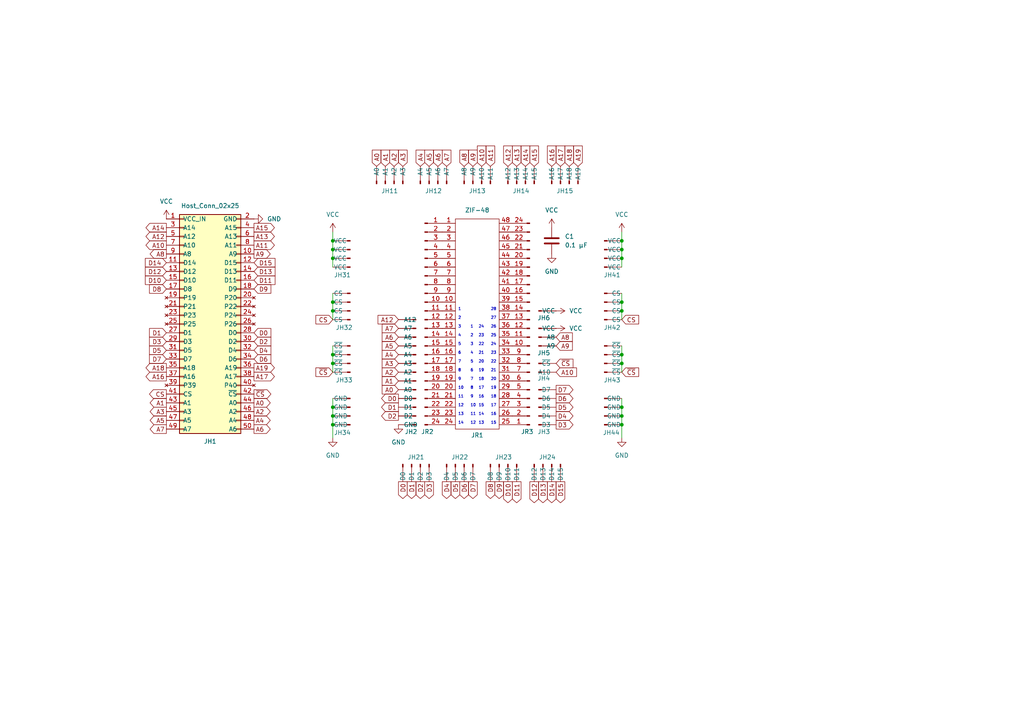
<source format=kicad_sch>
(kicad_sch (version 20250114) (generator "eeschema") (generator_version "9.0")
  (paper "A4")
  (title_block (rev "0"))
  (lib_symbols
    (symbol "0cjs-hwdev:ZIF48" (pin_names (hide yes))
      (property "Reference" "J" (at 0 1.016 0))
      (property "Value" "ZIF-48" (at 0 -1.016 0))
      (symbol "ZIF48_0_0"
        (pin passive line (at -10.16 29.21 0) (length 3.81) (name "Pin_1") (number "1"))
        (pin passive line (at -10.16 26.67 0) (length 3.81) (name "Pin_2") (number "2"))
        (pin passive line (at -10.16 24.13 0) (length 3.81) (name "Pin_3") (number "3"))
        (pin passive line (at -10.16 21.59 0) (length 3.81) (name "Pin_4") (number "4"))
        (pin passive line (at -10.16 19.05 0) (length 3.81) (name "Pin_5") (number "5"))
        (pin passive line (at -10.16 16.51 0) (length 3.81) (name "Pin_6") (number "6"))
        (pin passive line (at -10.16 13.97 0) (length 3.81) (name "Pin_7") (number "7"))
        (pin passive line (at -10.16 11.43 0) (length 3.81) (name "Pin_8") (number "8"))
        (pin passive line (at -10.16 8.89 0) (length 3.81) (name "Pin_9") (number "9"))
        (pin passive line (at -10.16 6.35 0) (length 3.81) (name "Pin_10") (number "10"))
        (pin passive line (at -10.16 3.81 0) (length 3.81) (name "Pin_11") (number "11"))
        (pin passive line (at -10.16 1.27 0) (length 3.81) (name "Pin_12") (number "12"))
        (pin passive line (at -10.16 -1.27 0) (length 3.81) (name "Pin_13") (number "13"))
        (pin passive line (at -10.16 -3.81 0) (length 3.81) (name "Pin_14") (number "14"))
        (pin passive line (at -10.16 -6.35 0) (length 3.81) (name "Pin_15") (number "15"))
        (pin passive line (at -10.16 -8.89 0) (length 3.81) (name "Pin_16") (number "16"))
        (pin passive line (at -10.16 -11.43 0) (length 3.81) (name "Pin_17") (number "17"))
        (pin passive line (at -10.16 -13.97 0) (length 3.81) (name "Pin_18") (number "18"))
        (pin passive line (at -10.16 -16.51 0) (length 3.81) (name "Pin_19") (number "19"))
        (pin passive line (at -10.16 -19.05 0) (length 3.81) (name "Pin_20") (number "20"))
        (pin passive line (at -10.16 -21.59 0) (length 3.81) (name "Pin_21") (number "21"))
        (pin passive line (at -10.16 -24.13 0) (length 3.81) (name "Pin_22") (number "22"))
        (pin passive line (at -10.16 -26.67 0) (length 3.81) (name "Pin_23") (number "23"))
        (pin passive line (at -10.16 -29.21 0) (length 3.81) (name "Pin_24") (number "24"))
        (pin passive line (at 10.16 29.21 180) (length 3.81) (name "Pin_48") (number "48"))
        (pin passive line (at 10.16 26.67 180) (length 3.81) (name "Pin_47") (number "47"))
        (pin passive line (at 10.16 24.13 180) (length 3.81) (name "Pin_46") (number "46"))
        (pin passive line (at 10.16 21.59 180) (length 3.81) (name "Pin_45") (number "45"))
        (pin passive line (at 10.16 19.05 180) (length 3.81) (name "Pin_44") (number "44"))
        (pin passive line (at 10.16 16.51 180) (length 3.81) (name "Pin_43") (number "43"))
        (pin passive line (at 10.16 13.97 180) (length 3.81) (name "Pin_42") (number "42"))
        (pin passive line (at 10.16 11.43 180) (length 3.81) (name "Pin_41") (number "41"))
        (pin passive line (at 10.16 8.89 180) (length 3.81) (name "Pin_40") (number "40"))
        (pin passive line (at 10.16 6.35 180) (length 3.81) (name "Pin_39") (number "39"))
        (pin passive line (at 10.16 3.81 180) (length 3.81) (name "Pin_38") (number "38"))
        (pin passive line (at 10.16 1.27 180) (length 3.81) (name "Pin_37") (number "37"))
        (pin passive line (at 10.16 -1.27 180) (length 3.81) (name "Pin_36") (number "36"))
        (pin passive line (at 10.16 -3.81 180) (length 3.81) (name "Pin_35") (number "35"))
        (pin passive line (at 10.16 -6.35 180) (length 3.81) (name "Pin_34") (number "34"))
        (pin passive line (at 10.16 -8.89 180) (length 3.81) (name "Pin_33") (number "33"))
        (pin passive line (at 10.16 -11.43 180) (length 3.81) (name "Pin_32") (number "32"))
        (pin passive line (at 10.16 -13.97 180) (length 3.81) (name "Pin_31") (number "31"))
        (pin passive line (at 10.16 -16.51 180) (length 3.81) (name "Pin_30") (number "30"))
        (pin passive line (at 10.16 -19.05 180) (length 3.81) (name "Pin_29") (number "29"))
        (pin passive line (at 10.16 -21.59 180) (length 3.81) (name "Pin_28") (number "28"))
        (pin passive line (at 10.16 -24.13 180) (length 3.81) (name "Pin_27") (number "27"))
        (pin passive line (at 10.16 -26.67 180) (length 3.81) (name "Pin_26") (number "26"))
        (pin passive line (at 10.16 -29.21 180) (length 3.81) (name "Pin_25") (number "25"))
      )
    )
    (symbol "Conn_01x04_Pin_1" (pin_numbers (hide yes)) (pin_names (offset -3.556))
      (property "Reference" "J11" (at 0.635 7.62 0))
      (symbol "Conn_01x04_Pin_1_1_1"
        (pin input line (at 5.08 2.54 180) (length 3.81) (name "A0") (number "1"))
        (pin input line (at 5.08 0 180) (length 3.81) (name "A1") (number "2"))
        (pin input line (at 5.08 -2.54 180) (length 3.81) (name "A2") (number "3"))
        (pin input line (at 5.08 -5.08 180) (length 3.81) (name "A3") (number "4"))
      )
    )
    (symbol "Conn_01x04_Pin_10" (pin_numbers (hide yes)) (pin_names (offset -3.556))
      (property "Reference" "J23" (at -2.032 -1.27 90))
      (symbol "Conn_01x04_Pin_10_1_1"
        (pin tri_state line (at 5.08 2.54 180) (length 3.81) (name "D0") (number "1"))
        (pin tri_state line (at 5.08 0 180) (length 3.81) (name "D1") (number "2"))
        (pin tri_state line (at 5.08 -2.54 180) (length 3.81) (name "D2") (number "3"))
        (pin tri_state line (at 5.08 -5.08 180) (length 3.81) (name "D3") (number "4"))
      )
    )
    (symbol "Conn_01x04_Pin_11" (pin_numbers (hide yes)) (pin_names (offset -3.556))
      (property "Reference" "J24" (at -2.032 -1.27 90))
      (symbol "Conn_01x04_Pin_11_1_1"
        (pin tri_state line (at 5.08 2.54 180) (length 3.81) (name "D4") (number "1"))
        (pin tri_state line (at 5.08 0 180) (length 3.81) (name "D5") (number "2"))
        (pin tri_state line (at 5.08 -2.54 180) (length 3.81) (name "D6") (number "3"))
        (pin tri_state line (at 5.08 -5.08 180) (length 3.81) (name "D7") (number "4"))
      )
    )
    (symbol "Conn_01x04_Pin_12" (pin_numbers (hide yes)) (pin_names (offset -3.556))
      (property "Reference" "J25" (at -2.032 -1.27 90))
      (symbol "Conn_01x04_Pin_12_1_1"
        (pin tri_state line (at 5.08 2.54 180) (length 3.81) (name "D8") (number "1"))
        (pin tri_state line (at 5.08 0 180) (length 3.81) (name "D9") (number "2"))
        (pin tri_state line (at 5.08 -2.54 180) (length 3.81) (name "D10") (number "3"))
        (pin tri_state line (at 5.08 -5.08 180) (length 3.81) (name "D11") (number "4"))
      )
    )
    (symbol "Conn_01x04_Pin_13" (pin_numbers (hide yes)) (pin_names (offset -3.556))
      (property "Reference" "J26" (at -2.032 -1.27 90))
      (symbol "Conn_01x04_Pin_13_1_1"
        (pin tri_state line (at 5.08 2.54 180) (length 3.81) (name "D12") (number "1"))
        (pin tri_state line (at 5.08 0 180) (length 3.81) (name "D13") (number "2"))
        (pin tri_state line (at 5.08 -2.54 180) (length 3.81) (name "D14") (number "3"))
        (pin tri_state line (at 5.08 -5.08 180) (length 3.81) (name "D15") (number "4"))
      )
    )
    (symbol "Conn_01x04_Pin_2" (pin_numbers (hide yes)) (pin_names (offset -3.556))
      (property "Reference" "J10" (at 1.27 4.318 0))
      (symbol "Conn_01x04_Pin_2_1_1"
        (pin input line (at 5.08 2.54 180) (length 3.81) (name "A4") (number "1"))
        (pin input line (at 5.08 0 180) (length 3.81) (name "A5") (number "2"))
        (pin input line (at 5.08 -2.54 180) (length 3.81) (name "A6") (number "3"))
        (pin input line (at 5.08 -5.08 180) (length 3.81) (name "A7") (number "4"))
      )
    )
    (symbol "Conn_01x04_Pin_3" (pin_numbers (hide yes)) (pin_names (offset -3.556))
      (property "Reference" "J12" (at -2.032 -1.27 90))
      (symbol "Conn_01x04_Pin_3_1_1"
        (pin input line (at 5.08 2.54 180) (length 3.81) (name "A8") (number "1"))
        (pin input line (at 5.08 0 180) (length 3.81) (name "A9") (number "2"))
        (pin input line (at 5.08 -2.54 180) (length 3.81) (name "A10") (number "3"))
        (pin input line (at 5.08 -5.08 180) (length 3.81) (name "A11") (number "4"))
      )
    )
    (symbol "Conn_01x04_Pin_4" (pin_numbers (hide yes)) (pin_names (offset -3.556))
      (property "Reference" "J13" (at -2.032 -1.27 90))
      (symbol "Conn_01x04_Pin_4_1_1"
        (pin input line (at 5.08 2.54 180) (length 3.81) (name "A12") (number "1"))
        (pin input line (at 5.08 0 180) (length 3.81) (name "A13") (number "2"))
        (pin input line (at 5.08 -2.54 180) (length 3.81) (name "A14") (number "3"))
        (pin input line (at 5.08 -5.08 180) (length 3.81) (name "A15") (number "4"))
      )
    )
    (symbol "Conn_01x04_Pin_5" (pin_numbers (hide yes)) (pin_names (offset -3.556))
      (property "Reference" "J14" (at -2.032 -1.27 90))
      (symbol "Conn_01x04_Pin_5_1_1"
        (pin input line (at 5.08 2.54 180) (length 3.81) (name "A16") (number "1"))
        (pin input line (at 5.08 0 180) (length 3.81) (name "A17") (number "2"))
        (pin input line (at 5.08 -2.54 180) (length 3.81) (name "A18") (number "3"))
        (pin input line (at 5.08 -5.08 180) (length 3.81) (name "A19") (number "4"))
      )
    )
    (symbol "Conn_01x04_Pin_6" (pin_numbers (hide yes)) (pin_names (offset -3.556))
      (property "Reference" "J15" (at -2.032 -1.27 90))
      (symbol "Conn_01x04_Pin_6_1_1"
        (pin input line (at 5.08 2.54 180) (length 3.81) (name "CS") (number "1"))
        (pin input line (at 5.08 0 180) (length 3.81) (name "CS") (number "2"))
        (pin input line (at 5.08 -2.54 180) (length 3.81) (name "CS") (number "3"))
        (pin input line (at 5.08 -5.08 180) (length 3.81) (name "CS") (number "4"))
      )
    )
    (symbol "Conn_01x04_Pin_7" (pin_numbers (hide yes)) (pin_names (offset -3.556))
      (property "Reference" "J16" (at 1.524 4.826 0))
      (symbol "Conn_01x04_Pin_7_1_1"
        (pin input line (at 5.08 2.54 180) (length 3.81) (name "~{CS}") (number "1"))
        (pin input line (at 5.08 0 180) (length 3.81) (name "~{CS}") (number "2"))
        (pin input line (at 5.08 -2.54 180) (length 3.81) (name "~{CS}") (number "3"))
        (pin input line (at 5.08 -5.08 180) (length 3.81) (name "~{CS}") (number "4"))
      )
    )
    (symbol "Conn_01x04_Pin_8" (pin_numbers (hide yes)) (pin_names (offset -3.556))
      (property "Reference" "J17" (at 1.524 4.826 0))
      (symbol "Conn_01x04_Pin_8_1_1"
        (pin power_in line (at 5.08 2.54 180) (length 3.81) (name "GND") (number "1"))
        (pin power_in line (at 5.08 0 180) (length 3.81) (name "GND") (number "2"))
        (pin power_in line (at 5.08 -2.54 180) (length 3.81) (name "GND") (number "3"))
        (pin power_in line (at 5.08 -5.08 180) (length 3.81) (name "GND") (number "4"))
      )
    )
    (symbol "Conn_01x04_Pin_9" (pin_numbers (hide yes)) (pin_names (offset -3.556))
      (property "Reference" "J18" (at 1.524 4.826 0))
      (symbol "Conn_01x04_Pin_9_1_1"
        (pin power_in line (at 5.08 2.54 180) (length 3.81) (name "VCC") (number "1"))
        (pin power_in line (at 5.08 0 180) (length 3.81) (name "VCC") (number "2"))
        (pin power_in line (at 5.08 -2.54 180) (length 3.81) (name "VCC") (number "3"))
        (pin power_in line (at 5.08 -5.08 180) (length 3.81) (name "VCC") (number "4"))
      )
    )
    (symbol "Conn_01x24_Pin_1" (pin_names (offset 1.016) (hide yes))
      (property "Reference" "JR3" (at 0.762 29.972 0))
      (symbol "Conn_01x24_Pin_1_1_1"
        (pin passive line (at 5.08 27.94 180) (length 3.81) (name "Pin_25") (number "1"))
        (pin passive line (at 5.08 25.4 180) (length 3.81) (name "Pin_26") (number "2"))
        (pin passive line (at 5.08 22.86 180) (length 3.81) (name "Pin_27") (number "3"))
        (pin passive line (at 5.08 20.32 180) (length 3.81) (name "Pin_28") (number "4"))
        (pin passive line (at 5.08 17.78 180) (length 3.81) (name "Pin_29") (number "5"))
        (pin passive line (at 5.08 15.24 180) (length 3.81) (name "Pin_30") (number "6"))
        (pin passive line (at 5.08 12.7 180) (length 3.81) (name "Pin_31") (number "7"))
        (pin passive line (at 5.08 10.16 180) (length 3.81) (name "Pin_32") (number "8"))
        (pin passive line (at 5.08 7.62 180) (length 3.81) (name "Pin_33") (number "9"))
        (pin passive line (at 5.08 5.08 180) (length 3.81) (name "Pin_34") (number "10"))
        (pin passive line (at 5.08 2.54 180) (length 3.81) (name "Pin_35") (number "11"))
        (pin passive line (at 5.08 0 180) (length 3.81) (name "Pin_36") (number "12"))
        (pin passive line (at 5.08 -2.54 180) (length 3.81) (name "Pin_37") (number "13"))
        (pin passive line (at 5.08 -5.08 180) (length 3.81) (name "Pin_38") (number "14"))
        (pin passive line (at 5.08 -7.62 180) (length 3.81) (name "Pin_39") (number "15"))
        (pin passive line (at 5.08 -10.16 180) (length 3.81) (name "Pin_40") (number "16"))
        (pin passive line (at 5.08 -12.7 180) (length 3.81) (name "Pin_41") (number "17"))
        (pin passive line (at 5.08 -15.24 180) (length 3.81) (name "Pin_42") (number "18"))
        (pin passive line (at 5.08 -17.78 180) (length 3.81) (name "Pin_43") (number "19"))
        (pin passive line (at 5.08 -20.32 180) (length 3.81) (name "Pin_44") (number "20"))
        (pin passive line (at 5.08 -22.86 180) (length 3.81) (name "Pin_45") (number "21"))
        (pin passive line (at 5.08 -25.4 180) (length 3.81) (name "Pin_46") (number "22"))
        (pin passive line (at 5.08 -27.94 180) (length 3.81) (name "Pin_47") (number "23"))
        (pin passive line (at 5.08 -30.48 180) (length 3.81) (name "Pin_48") (number "24"))
      )
    )
    (symbol "Connector:Conn_01x01_Pin" (pin_numbers (hide yes)) (pin_names (offset -3.556))
      (property "Reference" "J9" (at 0.635 5.08 0))
      (symbol "Conn_01x01_Pin_1_1"
        (pin power_in line (at 5.08 0 180) (length 3.81) (name "VCC") (number "1"))
      )
    )
    (symbol "Connector:Conn_01x02_Pin" (pin_numbers (hide yes)) (pin_names (offset -3.556))
      (property "Reference" "J7" (at 1.016 1.778 0))
      (symbol "Conn_01x02_Pin_1_1"
        (pin input line (at 5.08 0 180) (length 5.08) (name "A10") (number "1"))
        (pin input line (at 5.08 -2.54 180) (length 5.08) (name "~{CS}") (number "2"))
      )
    )
    (symbol "Connector:Conn_01x03_Pin" (pin_numbers (hide yes)) (pin_names (offset -3.556))
      (property "Reference" "J8" (at 1.016 4.572 0))
      (symbol "Conn_01x03_Pin_1_1"
        (pin input line (at 5.08 2.54 180) (length 3.81) (name "A9") (number "1"))
        (pin input line (at 5.08 0 180) (length 3.81) (name "A8") (number "2"))
        (pin power_in line (at 5.08 -2.54 180) (length 3.81) (name "VCC") (number "3"))
      )
    )
    (symbol "Connector:Conn_01x05_Pin" (pin_numbers (hide yes)) (pin_names (offset -3.556))
      (property "Reference" "J6" (at 1.016 7.112 0))
      (symbol "Conn_01x05_Pin_1_1"
        (pin tri_state line (at 5.08 5.08 180) (length 5.08) (name "D3") (number "1"))
        (pin tri_state line (at 5.08 2.54 180) (length 5.08) (name "D4") (number "2"))
        (pin tri_state line (at 5.08 0 180) (length 5.08) (name "D5") (number "3"))
        (pin tri_state line (at 5.08 -2.54 180) (length 5.08) (name "D6") (number "4"))
        (pin tri_state line (at 5.08 -5.08 180) (length 5.08) (name "D7") (number "5"))
      )
    )
    (symbol "Connector:Conn_01x13_Pin" (pin_numbers (hide yes)) (pin_names (offset -3.556))
      (property "Reference" "J4" (at 1.524 -17.272 0))
      (symbol "Conn_01x13_Pin_1_1"
        (pin input line (at 5.08 15.24 180) (length 5.08) (name "A12") (number "1"))
        (pin input line (at 5.08 12.7 180) (length 5.08) (name "A7") (number "2"))
        (pin input line (at 5.08 10.16 180) (length 5.08) (name "A6") (number "3"))
        (pin input line (at 5.08 7.62 180) (length 5.08) (name "A5") (number "4"))
        (pin input line (at 5.08 5.08 180) (length 5.08) (name "A4") (number "5"))
        (pin input line (at 5.08 2.54 180) (length 5.08) (name "A3") (number "6"))
        (pin input line (at 5.08 0 180) (length 5.08) (name "A2") (number "7"))
        (pin input line (at 5.08 -2.54 180) (length 5.08) (name "A1") (number "8"))
        (pin input line (at 5.08 -5.08 180) (length 5.08) (name "A0") (number "9"))
        (pin tri_state line (at 5.08 -7.62 180) (length 5.08) (name "D0") (number "10"))
        (pin tri_state line (at 5.08 -10.16 180) (length 5.08) (name "D1") (number "11"))
        (pin tri_state line (at 5.08 -12.7 180) (length 5.08) (name "D2") (number "12"))
        (pin input line (at 5.08 -15.24 180) (length 5.08) (name "GND") (number "13"))
      )
    )
    (symbol "Connector:Conn_01x24_Pin" (pin_names (offset 1.016) (hide yes))
      (property "Reference" "J" (at 0 30.48 0))
      (property "Value" "Conn_01x24_Pin" (at 0 -33.02 0))
      (symbol "Conn_01x24_Pin_1_1"
        (pin passive line (at 5.08 27.94 180) (length 3.81) (name "Pin_1") (number "1"))
        (pin passive line (at 5.08 25.4 180) (length 3.81) (name "Pin_2") (number "2"))
        (pin passive line (at 5.08 22.86 180) (length 3.81) (name "Pin_3") (number "3"))
        (pin passive line (at 5.08 20.32 180) (length 3.81) (name "Pin_4") (number "4"))
        (pin passive line (at 5.08 17.78 180) (length 3.81) (name "Pin_5") (number "5"))
        (pin passive line (at 5.08 15.24 180) (length 3.81) (name "Pin_6") (number "6"))
        (pin passive line (at 5.08 12.7 180) (length 3.81) (name "Pin_7") (number "7"))
        (pin passive line (at 5.08 10.16 180) (length 3.81) (name "Pin_8") (number "8"))
        (pin passive line (at 5.08 7.62 180) (length 3.81) (name "Pin_9") (number "9"))
        (pin passive line (at 5.08 5.08 180) (length 3.81) (name "Pin_10") (number "10"))
        (pin passive line (at 5.08 2.54 180) (length 3.81) (name "Pin_11") (number "11"))
        (pin passive line (at 5.08 0 180) (length 3.81) (name "Pin_12") (number "12"))
        (pin passive line (at 5.08 -2.54 180) (length 3.81) (name "Pin_13") (number "13"))
        (pin passive line (at 5.08 -5.08 180) (length 3.81) (name "Pin_14") (number "14"))
        (pin passive line (at 5.08 -7.62 180) (length 3.81) (name "Pin_15") (number "15"))
        (pin passive line (at 5.08 -10.16 180) (length 3.81) (name "Pin_16") (number "16"))
        (pin passive line (at 5.08 -12.7 180) (length 3.81) (name "Pin_17") (number "17"))
        (pin passive line (at 5.08 -15.24 180) (length 3.81) (name "Pin_18") (number "18"))
        (pin passive line (at 5.08 -17.78 180) (length 3.81) (name "Pin_19") (number "19"))
        (pin passive line (at 5.08 -20.32 180) (length 3.81) (name "Pin_20") (number "20"))
        (pin passive line (at 5.08 -22.86 180) (length 3.81) (name "Pin_21") (number "21"))
        (pin passive line (at 5.08 -25.4 180) (length 3.81) (name "Pin_22") (number "22"))
        (pin passive line (at 5.08 -27.94 180) (length 3.81) (name "Pin_23") (number "23"))
        (pin passive line (at 5.08 -30.48 180) (length 3.81) (name "Pin_24") (number "24"))
      )
    )
    (symbol "Connector_Generic:Conn_02x25_Odd_Even" (pin_names (offset 1.016))
      (property "Reference" "JH1" (at 0 -34.036 0))
      (property "Value" "Host_Conn_02x25" (at 0 34.29 0))
      (symbol "Conn_02x25_Odd_Even_1_1"
        (pin power_out line (at -12.7 30.48 0) (length 3.81) (name "VCC_IN") (number "1"))
        (pin output line (at -12.7 27.94 0) (length 3.81) (name "A14") (number "3"))
        (pin output line (at -12.7 25.4 0) (length 3.81) (name "A12") (number "5"))
        (pin output line (at -12.7 22.86 0) (length 3.81) (name "A10") (number "7"))
        (pin output line (at -12.7 20.32 0) (length 3.81) (name "A8") (number "9"))
        (pin input line (at -12.7 17.78 0) (length 3.81) (name "D14") (number "11"))
        (pin input line (at -12.7 15.24 0) (length 3.81) (name "D12") (number "13"))
        (pin input line (at -12.7 12.7 0) (length 3.81) (name "D10") (number "15"))
        (pin input line (at -12.7 10.16 0) (length 3.81) (name "D8") (number "17"))
        (pin no_connect line (at -12.7 7.62 0) (length 3.81) (name "P19") (number "19"))
        (pin no_connect line (at -12.7 5.08 0) (length 3.81) (name "P21") (number "21"))
        (pin no_connect line (at -12.7 2.54 0) (length 3.81) (name "P23") (number "23"))
        (pin no_connect line (at -12.7 0 0) (length 3.81) (name "P25") (number "25"))
        (pin input line (at -12.7 -2.54 0) (length 3.81) (name "D1") (number "27"))
        (pin input line (at -12.7 -5.08 0) (length 3.81) (name "D3") (number "29"))
        (pin input line (at -12.7 -7.62 0) (length 3.81) (name "D5") (number "31"))
        (pin input line (at -12.7 -10.16 0) (length 3.81) (name "D7") (number "33"))
        (pin output line (at -12.7 -12.7 0) (length 3.81) (name "A18") (number "35"))
        (pin output line (at -12.7 -15.24 0) (length 3.81) (name "A16") (number "37"))
        (pin no_connect line (at -12.7 -17.78 0) (length 3.81) (name "P39") (number "39"))
        (pin output line (at -12.7 -20.32 0) (length 3.81) (name "CS") (number "41"))
        (pin output line (at -12.7 -22.86 0) (length 3.81) (name "A1") (number "43"))
        (pin output line (at -12.7 -25.4 0) (length 3.81) (name "A3") (number "45"))
        (pin output line (at -12.7 -27.94 0) (length 3.81) (name "A5") (number "47"))
        (pin output line (at -12.7 -30.48 0) (length 3.81) (name "A7") (number "49"))
        (pin power_out line (at 12.7 30.48 180) (length 3.81) (name "GND") (number "2"))
        (pin output line (at 12.7 27.94 180) (length 3.81) (name "A15") (number "4"))
        (pin output line (at 12.7 25.4 180) (length 3.81) (name "A13") (number "6"))
        (pin output line (at 12.7 22.86 180) (length 3.81) (name "A11") (number "8"))
        (pin output line (at 12.7 20.32 180) (length 3.81) (name "A9") (number "10"))
        (pin input line (at 12.7 17.78 180) (length 3.81) (name "D15") (number "12"))
        (pin input line (at 12.7 15.24 180) (length 3.81) (name "D13") (number "14"))
        (pin input line (at 12.7 12.7 180) (length 3.81) (name "D11") (number "16"))
        (pin input line (at 12.7 10.16 180) (length 3.81) (name "D9") (number "18"))
        (pin no_connect line (at 12.7 7.62 180) (length 3.81) (name "P20") (number "20"))
        (pin no_connect line (at 12.7 5.08 180) (length 3.81) (name "P22") (number "22"))
        (pin no_connect line (at 12.7 2.54 180) (length 3.81) (name "P24") (number "24"))
        (pin no_connect line (at 12.7 0 180) (length 3.81) (name "P26") (number "26"))
        (pin input line (at 12.7 -2.54 180) (length 3.81) (name "D0") (number "28"))
        (pin input line (at 12.7 -5.08 180) (length 3.81) (name "D2") (number "30"))
        (pin input line (at 12.7 -7.62 180) (length 3.81) (name "D4") (number "32"))
        (pin input line (at 12.7 -10.16 180) (length 3.81) (name "D6") (number "34"))
        (pin output line (at 12.7 -12.7 180) (length 3.81) (name "A19") (number "36"))
        (pin output line (at 12.7 -15.24 180) (length 3.81) (name "A17") (number "38"))
        (pin no_connect line (at 12.7 -17.78 180) (length 3.81) (name "P40") (number "40"))
        (pin output line (at 12.7 -20.32 180) (length 3.81) (name "~{CS}") (number "42"))
        (pin output line (at 12.7 -22.86 180) (length 3.81) (name "A0") (number "44"))
        (pin output line (at 12.7 -25.4 180) (length 3.81) (name "A2") (number "46"))
        (pin output line (at 12.7 -27.94 180) (length 3.81) (name "A4") (number "48"))
        (pin output line (at 12.7 -30.48 180) (length 3.81) (name "A6") (number "50"))
      )
    )
    (symbol "Device:C" (pin_numbers (hide yes)) (pin_names (offset 0.254))
      (property "Reference" "C" (at 0.635 2.54 0))
      (property "Value" "C" (at 0.635 -2.54 0))
      (symbol "C_1_1"
        (pin passive line (at 0 3.81 270) (length 2.794) (name "~") (number "1"))
        (pin passive line (at 0 -3.81 90) (length 2.794) (name "~") (number "2"))
      )
    )
    (symbol "power:GND" (power) (pin_numbers (hide yes)) (pin_names (offset 0) (hide yes))
      (property "Value" "GND" (at 0 -3.81 0))
      (symbol "GND_1_1"
        (pin power_in line (at 0 0 270) (length 0) (name "~") (number "1"))
      )
    )
    (symbol "power:VCC" (power) (pin_numbers (hide yes)) (pin_names (offset 0) (hide yes))
      (property "Value" "VCC" (at 0 3.556 0))
      (symbol "VCC_1_1"
        (pin power_in line (at 0 0 90) (length 0) (name "~") (number "1"))
      )
    )
  )
  (text "28\n\n27\n\n26\n\n25\n\n24\n\n23\n\n22\n\n21\n\n20\n\n19\n\n18\n\n17\n\n16\n\n15" (at 144.018 123.19 0) (effects (font (size 0.7874 0.7874)) (justify right bottom)))
  (text "1\n\n2\n\n3\n\n4\n\n5\n\n6\n\n7\n\n8\n\n9\n\n10\n\n11\n\n12" (at 136.398 123.19 0) (effects (font (size 0.7874 0.7874)) (justify left bottom)))
  (text "24\n\n23\n\n22\n\n21\n\n20\n\n19\n\n18\n\n17\n\n16\n\n15\n\n14\n\n13" (at 140.462 123.19 0) (effects (font (size 0.7874 0.7874)) (justify right bottom)))
  (text "1\n\n2\n\n3\n\n4\n\n5\n\n6\n\n7\n\n8\n\n9\n\n10\n\n11\n\n12\n\n13\n\n14" (at 132.842 123.19 0) (effects (font (size 0.7874 0.7874)) (justify left bottom)))
  (junction (at 180.34 120.65))
  (junction (at 180.34 105.41))
  (junction (at 180.34 74.93))
  (junction (at 96.52 120.65))
  (junction (at 180.34 72.39))
  (junction (at 96.52 90.17))
  (junction (at 96.52 72.39))
  (junction (at 180.34 102.87))
  (junction (at 96.52 118.11))
  (junction (at 180.34 123.19))
  (junction (at 96.52 69.85))
  (junction (at 96.52 102.87))
  (junction (at 96.52 87.63))
  (junction (at 96.52 123.19))
  (junction (at 180.34 90.17))
  (junction (at 180.34 87.63))
  (junction (at 180.34 118.11))
  (junction (at 96.52 74.93))
  (junction (at 96.52 105.41))
  (junction (at 180.34 69.85))
  (wire (pts (xy 180.34 87.63) (xy 180.34 90.17)))
  (wire (pts (xy 180.34 90.17) (xy 180.34 92.71)))
  (wire (pts (xy 180.34 118.11) (xy 180.34 120.65)))
  (wire (pts (xy 96.52 85.09) (xy 96.52 87.63)))
  (wire (pts (xy 96.52 115.57) (xy 96.52 118.11)))
  (wire (pts (xy 96.52 87.63) (xy 96.52 90.17)))
  (wire (pts (xy 96.52 69.85) (xy 96.52 72.39)))
  (wire (pts (xy 96.52 67.31) (xy 96.52 69.85)))
  (wire (pts (xy 180.34 102.87) (xy 180.34 105.41)))
  (wire (pts (xy 96.52 127) (xy 96.52 123.19)))
  (wire (pts (xy 96.52 102.87) (xy 96.52 105.41)))
  (wire (pts (xy 180.34 69.85) (xy 180.34 72.39)))
  (wire (pts (xy 180.34 85.09) (xy 180.34 87.63)))
  (wire (pts (xy 96.52 72.39) (xy 96.52 74.93)))
  (wire (pts (xy 180.34 74.93) (xy 180.34 77.47)))
  (wire (pts (xy 180.34 120.65) (xy 180.34 123.19)))
  (wire (pts (xy 180.34 67.31) (xy 180.34 69.85)))
  (wire (pts (xy 180.34 115.57) (xy 180.34 118.11)))
  (wire (pts (xy 96.52 90.17) (xy 96.52 92.71)))
  (wire (pts (xy 96.52 118.11) (xy 96.52 120.65)))
  (wire (pts (xy 96.52 120.65) (xy 96.52 123.19)))
  (wire (pts (xy 180.34 72.39) (xy 180.34 74.93)))
  (wire (pts (xy 96.52 105.41) (xy 96.52 107.95)))
  (wire (pts (xy 180.34 105.41) (xy 180.34 107.95)))
  (wire (pts (xy 180.34 127) (xy 180.34 123.19)))
  (wire (pts (xy 96.52 100.33) (xy 96.52 102.87)))
  (wire (pts (xy 96.52 74.93) (xy 96.52 77.47)))
  (wire (pts (xy 180.34 100.33) (xy 180.34 102.87)))
  (global_label "D14" (shape output) (at 160.02 139.7 270) (property "Intersheetrefs" "${INTERSHEET_REFS}" (effects (hide yes))))
  (global_label "D10" (shape input) (at 48.26 81.28 180) (property "Intersheetrefs" "${INTERSHEET_REFS}" (effects (hide yes))))
  (global_label "D7" (shape input) (at 48.26 104.14 180) (property "Intersheetrefs" "${INTERSHEET_REFS}" (effects (hide yes))))
  (global_label "A7" (shape input) (at 115.57 95.25 180) (property "Intersheetrefs" "${INTERSHEET_REFS}" (effects (hide yes))))
  (global_label "D13" (shape output) (at 157.48 139.7 270) (property "Intersheetrefs" "${INTERSHEET_REFS}" (effects (hide yes))))
  (global_label "A2" (shape input) (at 115.57 107.95 180) (property "Intersheetrefs" "${INTERSHEET_REFS}" (effects (hide yes))))
  (global_label "A4" (shape input) (at 121.92 48.26 90) (property "Intersheetrefs" "${INTERSHEET_REFS}" (effects (hide yes))))
  (global_label "D3" (shape output) (at 161.29 123.19 0) (property "Intersheetrefs" "${INTERSHEET_REFS}" (effects (hide yes))))
  (global_label "A12" (shape input) (at 115.57 92.71 180) (property "Intersheetrefs" "${INTERSHEET_REFS}" (effects (hide yes))))
  (global_label "A1" (shape output) (at 48.26 116.84 180) (property "Intersheetrefs" "${INTERSHEET_REFS}" (effects (hide yes))))
  (global_label "A15" (shape input) (at 154.94 48.26 90) (property "Intersheetrefs" "${INTERSHEET_REFS}" (effects (hide yes))))
  (global_label "A16" (shape output) (at 48.26 109.22 180) (property "Intersheetrefs" "${INTERSHEET_REFS}" (effects (hide yes))))
  (global_label "A0" (shape input) (at 109.22 48.26 90) (property "Intersheetrefs" "${INTERSHEET_REFS}" (effects (hide yes))))
  (global_label "D9" (shape input) (at 73.66 83.82 0) (property "Intersheetrefs" "${INTERSHEET_REFS}" (effects (hide yes))))
  (global_label "A9" (shape input) (at 137.16 48.26 90) (property "Intersheetrefs" "${INTERSHEET_REFS}" (effects (hide yes))))
  (global_label "D2" (shape output) (at 115.57 120.65 180) (property "Intersheetrefs" "${INTERSHEET_REFS}" (effects (hide yes))))
  (global_label "D1" (shape output) (at 119.38 139.7 270) (property "Intersheetrefs" "${INTERSHEET_REFS}" (effects (hide yes))))
  (global_label "A14" (shape output) (at 48.26 66.04 180) (property "Intersheetrefs" "${INTERSHEET_REFS}" (effects (hide yes))))
  (global_label "D0" (shape input) (at 73.66 96.52 0) (property "Intersheetrefs" "${INTERSHEET_REFS}" (effects (hide yes))))
  (global_label "D12" (shape input) (at 48.26 78.74 180) (property "Intersheetrefs" "${INTERSHEET_REFS}" (effects (hide yes))))
  (global_label "A10" (shape output) (at 48.26 71.12 180) (property "Intersheetrefs" "${INTERSHEET_REFS}" (effects (hide yes))))
  (global_label "D3" (shape output) (at 124.46 139.7 270) (property "Intersheetrefs" "${INTERSHEET_REFS}" (effects (hide yes))))
  (global_label "D1" (shape output) (at 115.57 118.11 180) (property "Intersheetrefs" "${INTERSHEET_REFS}" (effects (hide yes))))
  (global_label "A7" (shape output) (at 48.26 124.46 180) (property "Intersheetrefs" "${INTERSHEET_REFS}" (effects (hide yes))))
  (global_label "A0" (shape input) (at 115.57 113.03 180) (property "Intersheetrefs" "${INTERSHEET_REFS}" (effects (hide yes))))
  (global_label "A8" (shape input) (at 161.29 97.79 0) (property "Intersheetrefs" "${INTERSHEET_REFS}" (effects (hide yes))))
  (global_label "A5" (shape input) (at 115.57 100.33 180) (property "Intersheetrefs" "${INTERSHEET_REFS}" (effects (hide yes))))
  (global_label "A4" (shape output) (at 73.66 121.92 0) (property "Intersheetrefs" "${INTERSHEET_REFS}" (effects (hide yes))))
  (global_label "A18" (shape output) (at 48.26 106.68 180) (property "Intersheetrefs" "${INTERSHEET_REFS}" (effects (hide yes))))
  (global_label "CS" (shape input) (at 96.52 92.71 180) (property "Intersheetrefs" "${INTERSHEET_REFS}" (effects (hide yes))))
  (global_label "D7" (shape output) (at 137.16 139.7 270) (property "Intersheetrefs" "${INTERSHEET_REFS}" (effects (hide yes))))
  (global_label "D10" (shape output) (at 147.32 139.7 270) (property "Intersheetrefs" "${INTERSHEET_REFS}" (effects (hide yes))))
  (global_label "A6" (shape output) (at 73.66 124.46 0) (property "Intersheetrefs" "${INTERSHEET_REFS}" (effects (hide yes))))
  (global_label "A18" (shape input) (at 165.1 48.26 90) (property "Intersheetrefs" "${INTERSHEET_REFS}" (effects (hide yes))))
  (global_label "D6" (shape output) (at 134.62 139.7 270) (property "Intersheetrefs" "${INTERSHEET_REFS}" (effects (hide yes))))
  (global_label "D15" (shape output) (at 162.56 139.7 270) (property "Intersheetrefs" "${INTERSHEET_REFS}" (effects (hide yes))))
  (global_label "~{CS}" (shape output) (at 73.66 114.3 0) (property "Intersheetrefs" "${INTERSHEET_REFS}" (effects (hide yes))))
  (global_label "D6" (shape input) (at 73.66 104.14 0) (property "Intersheetrefs" "${INTERSHEET_REFS}" (effects (hide yes))))
  (global_label "A12" (shape input) (at 147.32 48.26 90) (property "Intersheetrefs" "${INTERSHEET_REFS}" (effects (hide yes))))
  (global_label "A10" (shape input) (at 139.7 48.26 90) (property "Intersheetrefs" "${INTERSHEET_REFS}" (effects (hide yes))))
  (global_label "D8" (shape output) (at 142.24 139.7 270) (property "Intersheetrefs" "${INTERSHEET_REFS}" (effects (hide yes))))
  (global_label "D4" (shape output) (at 161.29 120.65 0) (property "Intersheetrefs" "${INTERSHEET_REFS}" (effects (hide yes))))
  (global_label "A19" (shape input) (at 167.64 48.26 90) (property "Intersheetrefs" "${INTERSHEET_REFS}" (effects (hide yes))))
  (global_label "A9" (shape output) (at 73.66 73.66 0) (property "Intersheetrefs" "${INTERSHEET_REFS}" (effects (hide yes))))
  (global_label "A2" (shape output) (at 73.66 119.38 0) (property "Intersheetrefs" "${INTERSHEET_REFS}" (effects (hide yes))))
  (global_label "A2" (shape input) (at 114.3 48.26 90) (property "Intersheetrefs" "${INTERSHEET_REFS}" (effects (hide yes))))
  (global_label "A3" (shape output) (at 48.26 119.38 180) (property "Intersheetrefs" "${INTERSHEET_REFS}" (effects (hide yes))))
  (global_label "A1" (shape input) (at 115.57 110.49 180) (property "Intersheetrefs" "${INTERSHEET_REFS}" (effects (hide yes))))
  (global_label "A17" (shape output) (at 73.66 109.22 0) (property "Intersheetrefs" "${INTERSHEET_REFS}" (effects (hide yes))))
  (global_label "A3" (shape input) (at 115.57 105.41 180) (property "Intersheetrefs" "${INTERSHEET_REFS}" (effects (hide yes))))
  (global_label "D11" (shape input) (at 73.66 81.28 0) (property "Intersheetrefs" "${INTERSHEET_REFS}" (effects (hide yes))))
  (global_label "~{CS}" (shape input) (at 96.52 107.95 180) (property "Intersheetrefs" "${INTERSHEET_REFS}" (effects (hide yes))))
  (global_label "A16" (shape input) (at 160.02 48.26 90) (property "Intersheetrefs" "${INTERSHEET_REFS}" (effects (hide yes))))
  (global_label "D4" (shape output) (at 129.54 139.7 270) (property "Intersheetrefs" "${INTERSHEET_REFS}" (effects (hide yes))))
  (global_label "A5" (shape input) (at 124.46 48.26 90) (property "Intersheetrefs" "${INTERSHEET_REFS}" (effects (hide yes))))
  (global_label "D1" (shape input) (at 48.26 96.52 180) (property "Intersheetrefs" "${INTERSHEET_REFS}" (effects (hide yes))))
  (global_label "A14" (shape input) (at 152.4 48.26 90) (property "Intersheetrefs" "${INTERSHEET_REFS}" (effects (hide yes))))
  (global_label "D5" (shape output) (at 161.29 118.11 0) (property "Intersheetrefs" "${INTERSHEET_REFS}" (effects (hide yes))))
  (global_label "D5" (shape input) (at 48.26 101.6 180) (property "Intersheetrefs" "${INTERSHEET_REFS}" (effects (hide yes))))
  (global_label "D5" (shape output) (at 132.08 139.7 270) (property "Intersheetrefs" "${INTERSHEET_REFS}" (effects (hide yes))))
  (global_label "A11" (shape output) (at 73.66 71.12 0) (property "Intersheetrefs" "${INTERSHEET_REFS}" (effects (hide yes))))
  (global_label "A13" (shape output) (at 73.66 68.58 0) (property "Intersheetrefs" "${INTERSHEET_REFS}" (effects (hide yes))))
  (global_label "A15" (shape output) (at 73.66 66.04 0) (property "Intersheetrefs" "${INTERSHEET_REFS}" (effects (hide yes))))
  (global_label "A6" (shape input) (at 115.57 97.79 180) (property "Intersheetrefs" "${INTERSHEET_REFS}" (effects (hide yes))))
  (global_label "D14" (shape input) (at 48.26 76.2 180) (property "Intersheetrefs" "${INTERSHEET_REFS}" (effects (hide yes))))
  (global_label "D6" (shape output) (at 161.29 115.57 0) (property "Intersheetrefs" "${INTERSHEET_REFS}" (effects (hide yes))))
  (global_label "D4" (shape input) (at 73.66 101.6 0) (property "Intersheetrefs" "${INTERSHEET_REFS}" (effects (hide yes))))
  (global_label "A7" (shape input) (at 129.54 48.26 90) (property "Intersheetrefs" "${INTERSHEET_REFS}" (effects (hide yes))))
  (global_label "~{CS}" (shape input) (at 161.29 105.41 0) (property "Intersheetrefs" "${INTERSHEET_REFS}" (effects (hide yes))))
  (global_label "A19" (shape output) (at 73.66 106.68 0) (property "Intersheetrefs" "${INTERSHEET_REFS}" (effects (hide yes))))
  (global_label "D0" (shape output) (at 116.84 139.7 270) (property "Intersheetrefs" "${INTERSHEET_REFS}" (effects (hide yes))))
  (global_label "D9" (shape output) (at 144.78 139.7 270) (property "Intersheetrefs" "${INTERSHEET_REFS}" (effects (hide yes))))
  (global_label "D8" (shape input) (at 48.26 83.82 180) (property "Intersheetrefs" "${INTERSHEET_REFS}" (effects (hide yes))))
  (global_label "CS" (shape input) (at 180.34 92.71 0) (property "Intersheetrefs" "${INTERSHEET_REFS}" (effects (hide yes))))
  (global_label "A9" (shape input) (at 161.29 100.33 0) (property "Intersheetrefs" "${INTERSHEET_REFS}" (effects (hide yes))))
  (global_label "D2" (shape output) (at 121.92 139.7 270) (property "Intersheetrefs" "${INTERSHEET_REFS}" (effects (hide yes))))
  (global_label "D2" (shape input) (at 73.66 99.06 0) (property "Intersheetrefs" "${INTERSHEET_REFS}" (effects (hide yes))))
  (global_label "D13" (shape input) (at 73.66 78.74 0) (property "Intersheetrefs" "${INTERSHEET_REFS}" (effects (hide yes))))
  (global_label "D7" (shape output) (at 161.29 113.03 0) (property "Intersheetrefs" "${INTERSHEET_REFS}" (effects (hide yes))))
  (global_label "D12" (shape output) (at 154.94 139.7 270) (property "Intersheetrefs" "${INTERSHEET_REFS}" (effects (hide yes))))
  (global_label "~{CS}" (shape input) (at 180.34 107.95 0) (property "Intersheetrefs" "${INTERSHEET_REFS}" (effects (hide yes))))
  (global_label "A10" (shape input) (at 161.29 107.95 0) (property "Intersheetrefs" "${INTERSHEET_REFS}" (effects (hide yes))))
  (global_label "A5" (shape output) (at 48.26 121.92 180) (property "Intersheetrefs" "${INTERSHEET_REFS}" (effects (hide yes))))
  (global_label "A6" (shape input) (at 127 48.26 90) (property "Intersheetrefs" "${INTERSHEET_REFS}" (effects (hide yes))))
  (global_label "A8" (shape output) (at 48.26 73.66 180) (property "Intersheetrefs" "${INTERSHEET_REFS}" (effects (hide yes))))
  (global_label "A13" (shape input) (at 149.86 48.26 90) (property "Intersheetrefs" "${INTERSHEET_REFS}" (effects (hide yes))))
  (global_label "A3" (shape input) (at 116.84 48.26 90) (property "Intersheetrefs" "${INTERSHEET_REFS}" (effects (hide yes))))
  (global_label "A0" (shape output) (at 73.66 116.84 0) (property "Intersheetrefs" "${INTERSHEET_REFS}" (effects (hide yes))))
  (global_label "D3" (shape input) (at 48.26 99.06 180) (property "Intersheetrefs" "${INTERSHEET_REFS}" (effects (hide yes))))
  (global_label "D15" (shape input) (at 73.66 76.2 0) (property "Intersheetrefs" "${INTERSHEET_REFS}" (effects (hide yes))))
  (global_label "CS" (shape output) (at 48.26 114.3 180) (property "Intersheetrefs" "${INTERSHEET_REFS}" (effects (hide yes))))
  (global_label "A17" (shape input) (at 162.56 48.26 90) (property "Intersheetrefs" "${INTERSHEET_REFS}" (effects (hide yes))))
  (global_label "A4" (shape input) (at 115.57 102.87 180) (property "Intersheetrefs" "${INTERSHEET_REFS}" (effects (hide yes))))
  (global_label "A1" (shape input) (at 111.76 48.26 90) (property "Intersheetrefs" "${INTERSHEET_REFS}" (effects (hide yes))))
  (global_label "D11" (shape output) (at 149.86 139.7 270) (property "Intersheetrefs" "${INTERSHEET_REFS}" (effects (hide yes))))
  (global_label "A11" (shape input) (at 142.24 48.26 90) (property "Intersheetrefs" "${INTERSHEET_REFS}" (effects (hide yes))))
  (global_label "D0" (shape output) (at 115.57 115.57 180) (property "Intersheetrefs" "${INTERSHEET_REFS}" (effects (hide yes))))
  (global_label "A12" (shape output) (at 48.26 68.58 180) (property "Intersheetrefs" "${INTERSHEET_REFS}" (effects (hide yes))))
  (global_label "A8" (shape input) (at 134.62 48.26 90) (property "Intersheetrefs" "${INTERSHEET_REFS}" (effects (hide yes))))
  (symbol (lib_id "0cjs-hwdev:ZIF48") (at 138.43 93.98 0) (unit 1)
    (property "Reference" "JR1" (at 138.43 126.238 0))
    (property "Value" "ZIF-48" (at 138.43 60.96 0))
    (property "Footprint" "0cjs_hwdev:DIP_Socket-48_W11.9_W12.7_W15.24_W17.78_W18.5" (effects (hide yes)))
    (property "Description" "48 Pin Socket" (effects (hide yes)))
  )
  (symbol (lib_id "power:GND") (at 115.57 123.19 0) (unit 1)
    (property "Reference" "#PWR03" (effects (hide yes)))
    (property "Value" "GND" (at 115.57 128.27 0))
    (property "Description" "Power symbol creates a global label with name \"GND\" , ground" (effects (hide yes)))
  )
  (symbol (lib_id "power:VCC") (at 48.26 63.5 0) (unit 1)
    (property "Reference" "#PWR05" (effects (hide yes)))
    (property "Value" "VCC" (at 48.26 58.42 0))
    (property "Description" "Power symbol creates a global label with name \"VCC\"" (effects (hide yes)))
  )
  (symbol (lib_id "power:GND") (at 160.02 73.66 0) (unit 1)
    (property "Reference" "#PWR01" (effects (hide yes)))
    (property "Value" "GND" (at 160.02 78.74 0))
    (property "Description" "Power symbol creates a global label with name \"GND\" , ground" (effects (hide yes)))
  )
  (symbol (lib_name "Conn_01x04_Pin_13") (lib_id "Connector:Conn_01x04_Pin") (at 157.48 134.62 90) (mirror x) (unit 1)
    (property "Reference" "JH24" (at 158.75 132.588 90))
    (property "Value" "Conn_01x04_Pin" (effects (hide yes)))
    (property "Footprint" "Connector_PinHeader_2.54mm:PinHeader_1x04_P2.54mm_Vertical" (effects (hide yes)))
    (property "Description" "Generic connector, single row, 01x04, script generated" (effects (hide yes)))
  )
  (symbol (lib_name "Conn_01x04_Pin_11") (lib_id "Connector:Conn_01x04_Pin") (at 132.08 134.62 90) (mirror x) (unit 1)
    (property "Reference" "JH22" (at 133.35 132.588 90))
    (property "Value" "Conn_01x04_Pin" (effects (hide yes)))
    (property "Footprint" "Connector_PinHeader_2.54mm:PinHeader_1x04_P2.54mm_Vertical" (effects (hide yes)))
    (property "Description" "Generic connector, single row, 01x04, script generated" (effects (hide yes)))
  )
  (symbol (lib_name "Conn_01x24_Pin_1") (lib_id "Connector:Conn_01x24_Pin") (at 153.67 95.25 180) (unit 1)
    (property "Reference" "JR3" (at 152.908 125.222 0))
    (property "Value" "Conn_01x24_Pin" (effects (hide yes)))
    (property "Footprint" "Connector_PinHeader_2.54mm:PinHeader_1x24_P2.54mm_Vertical" (effects (hide yes)))
    (property "Description" "Generic connector, single row, 01x24, script generated" (effects (hide yes)))
  )
  (symbol (lib_name "Conn_01x04_Pin_6") (lib_id "Connector:Conn_01x04_Pin") (at 101.6 90.17 180) (unit 1)
    (property "Reference" "JH32" (at 99.822 94.996 0))
    (property "Value" "Conn_01x04_Pin" (effects (hide yes)))
    (property "Footprint" "Connector_PinHeader_2.54mm:PinHeader_1x04_P2.54mm_Vertical" (effects (hide yes)))
    (property "Description" "Generic connector, single row, 01x04, script generated" (effects (hide yes)))
  )
  (symbol (lib_name "Conn_01x04_Pin_7") (lib_id "Connector:Conn_01x04_Pin") (at 175.26 105.41 0) (mirror x) (unit 1)
    (property "Reference" "JH43" (at 177.546 110.236 0))
    (property "Value" "Conn_01x04_Pin" (effects (hide yes)))
    (property "Footprint" "Connector_PinHeader_2.54mm:PinHeader_1x04_P2.54mm_Vertical" (effects (hide yes)))
    (property "Description" "Generic connector, single row, 01x04, script generated" (effects (hide yes)))
  )
  (symbol (lib_name "Conn_01x04_Pin_5") (lib_id "Connector:Conn_01x04_Pin") (at 162.56 53.34 90) (unit 1)
    (property "Reference" "JH15" (at 163.83 55.372 90))
    (property "Value" "Conn_01x04_Pin" (effects (hide yes)))
    (property "Footprint" "Connector_PinHeader_2.54mm:PinHeader_1x04_P2.54mm_Vertical" (effects (hide yes)))
    (property "Description" "Generic connector, single row, 01x04, script generated" (effects (hide yes)))
  )
  (symbol (lib_id "power:VCC") (at 161.29 95.25 270) (unit 1)
    (property "Reference" "#PWR36" (effects (hide yes)))
    (property "Value" "VCC" (at 165.1 95.2499 90) (effects (justify left)))
    (property "Description" "Power symbol creates a global label with name \"VCC\"" (effects (hide yes)))
  )
  (symbol (lib_name "Conn_01x04_Pin_4") (lib_id "Connector:Conn_01x04_Pin") (at 149.86 53.34 90) (unit 1)
    (property "Reference" "JH14" (at 151.13 55.372 90))
    (property "Value" "Conn_01x04_Pin" (effects (hide yes)))
    (property "Footprint" "Connector_PinHeader_2.54mm:PinHeader_1x04_P2.54mm_Vertical" (effects (hide yes)))
    (property "Description" "Generic connector, single row, 01x04, script generated" (effects (hide yes)))
  )
  (symbol (lib_id "power:VCC") (at 96.52 67.31 0) (unit 1)
    (property "Reference" "#PWR07" (effects (hide yes)))
    (property "Value" "VCC" (at 96.52 62.23 0))
    (property "Description" "Power symbol creates a global label with name \"VCC\"" (effects (hide yes)))
  )
  (symbol (lib_name "Conn_01x04_Pin_8") (lib_id "Connector:Conn_01x04_Pin") (at 101.6 120.65 180) (unit 1)
    (property "Reference" "JH34" (at 99.314 125.476 0))
    (property "Value" "Conn_01x04_Pin" (effects (hide yes)))
    (property "Footprint" "Connector_PinHeader_2.54mm:PinHeader_1x04_P2.54mm_Vertical" (effects (hide yes)))
    (property "Description" "Generic connector, single row, 01x04, script generated" (effects (hide yes)))
  )
  (symbol (lib_name "Conn_01x04_Pin_7") (lib_id "Connector:Conn_01x04_Pin") (at 101.6 105.41 180) (unit 1)
    (property "Reference" "JH33" (at 99.822 110.236 0))
    (property "Value" "Conn_01x04_Pin" (effects (hide yes)))
    (property "Footprint" "Connector_PinHeader_2.54mm:PinHeader_1x04_P2.54mm_Vertical" (effects (hide yes)))
    (property "Description" "Generic connector, single row, 01x04, script generated" (effects (hide yes)))
  )
  (symbol (lib_name "Conn_01x04_Pin_9") (lib_id "Connector:Conn_01x04_Pin") (at 175.26 74.93 0) (mirror x) (unit 1)
    (property "Reference" "JH41" (at 177.546 79.756 0))
    (property "Value" "Conn_01x04_Pin" (effects (hide yes)))
    (property "Footprint" "Connector_PinHeader_2.54mm:PinHeader_1x04_P2.54mm_Vertical" (effects (hide yes)))
    (property "Description" "Generic connector, single row, 01x04, script generated" (effects (hide yes)))
  )
  (symbol (lib_name "Conn_01x04_Pin_9") (lib_id "Connector:Conn_01x04_Pin") (at 101.6 74.93 180) (unit 1)
    (property "Reference" "JH31" (at 99.314 79.756 0))
    (property "Value" "Conn_01x04_Pin" (effects (hide yes)))
    (property "Footprint" "Connector_PinHeader_2.54mm:PinHeader_1x04_P2.54mm_Vertical" (effects (hide yes)))
    (property "Description" "Generic connector, single row, 01x04, script generated" (effects (hide yes)))
  )
  (symbol (lib_id "Connector:Conn_01x13_Pin") (at 120.65 107.95 0) (mirror y) (unit 1)
    (property "Reference" "JH2" (at 117.348 125.222 0) (effects (justify right)))
    (property "Value" "Conn_01x13_Pin" (effects (hide yes)))
    (property "Footprint" "Connector_PinHeader_2.54mm:PinHeader_1x13_P2.54mm_Vertical" (effects (hide yes)))
    (property "Description" "Generic connector, single row, 01x13, script generated" (effects (hide yes)))
  )
  (symbol (lib_name "Conn_01x04_Pin_6") (lib_id "Connector:Conn_01x04_Pin") (at 175.26 90.17 0) (mirror x) (unit 1)
    (property "Reference" "JH42" (at 177.546 94.996 0))
    (property "Value" "Conn_01x04_Pin" (effects (hide yes)))
    (property "Footprint" "Connector_PinHeader_2.54mm:PinHeader_1x04_P2.54mm_Vertical" (effects (hide yes)))
    (property "Description" "Generic connector, single row, 01x04, script generated" (effects (hide yes)))
  )
  (symbol (lib_name "Conn_01x04_Pin_12") (lib_id "Connector:Conn_01x04_Pin") (at 144.78 134.62 90) (mirror x) (unit 1)
    (property "Reference" "JH23" (at 146.05 132.588 90))
    (property "Value" "Conn_01x04_Pin" (effects (hide yes)))
    (property "Footprint" "Connector_PinHeader_2.54mm:PinHeader_1x04_P2.54mm_Vertical" (effects (hide yes)))
    (property "Description" "Generic connector, single row, 01x04, script generated" (effects (hide yes)))
  )
  (symbol (lib_id "Connector:Conn_01x03_Pin") (at 156.21 97.79 0) (mirror x) (unit 1)
    (property "Reference" "JH5" (at 157.734 102.362 0))
    (property "Value" "Conn_01x03_Pin" (effects (hide yes)))
    (property "Footprint" "Connector_PinHeader_2.54mm:PinHeader_1x03_P2.54mm_Vertical" (effects (hide yes)))
    (property "Description" "Generic connector, single row, 01x03, script generated" (effects (hide yes)))
  )
  (symbol (lib_id "Connector:Conn_01x02_Pin") (at 156.21 107.95 0) (mirror x) (unit 1)
    (property "Reference" "JH4" (at 157.734 109.728 0))
    (property "Value" "Conn_01x02_Pin" (effects (hide yes)))
    (property "Footprint" "Connector_PinHeader_2.54mm:PinHeader_1x02_P2.54mm_Vertical" (effects (hide yes)))
    (property "Description" "Generic connector, single row, 01x02, script generated" (effects (hide yes)))
  )
  (symbol (lib_name "Conn_01x04_Pin_1") (lib_id "Connector:Conn_01x04_Pin") (at 111.76 53.34 90) (unit 1)
    (property "Reference" "JH11" (at 113.03 55.372 90))
    (property "Value" "Conn_01x04_Pin" (effects (hide yes)))
    (property "Footprint" "Connector_PinHeader_2.54mm:PinHeader_1x04_P2.54mm_Vertical" (effects (hide yes)))
    (property "Description" "Generic connector, single row, 01x04, script generated" (effects (hide yes)))
  )
  (symbol (lib_id "power:VCC") (at 160.02 66.04 0) (unit 1)
    (property "Reference" "#PWR02" (effects (hide yes)))
    (property "Value" "VCC" (at 160.02 60.96 0))
    (property "Description" "Power symbol creates a global label with name \"VCC\"" (effects (hide yes)))
  )
  (symbol (lib_name "Conn_01x04_Pin_3") (lib_id "Connector:Conn_01x04_Pin") (at 137.16 53.34 90) (unit 1)
    (property "Reference" "JH13" (at 138.43 55.372 90))
    (property "Value" "Conn_01x04_Pin" (effects (hide yes)))
    (property "Footprint" "Connector_PinHeader_2.54mm:PinHeader_1x04_P2.54mm_Vertical" (effects (hide yes)))
    (property "Description" "Generic connector, single row, 01x04, script generated" (effects (hide yes)))
  )
  (symbol (lib_id "Device:C") (at 160.02 69.85 0) (unit 1)
    (property "Reference" "C1" (at 163.83 68.5799 0) (effects (justify left)))
    (property "Value" "0.1 μF" (at 163.83 71.1199 0) (effects (justify left)))
    (property "Footprint" "Capacitor_THT:C_Axial_L3.8mm_D2.6mm_P10.00mm_Horizontal" (effects (hide yes)))
    (property "Description" "Unpolarized capacitor" (effects (hide yes)))
  )
  (symbol (lib_name "Conn_01x04_Pin_8") (lib_id "Connector:Conn_01x04_Pin") (at 175.26 120.65 0) (mirror x) (unit 1)
    (property "Reference" "JH44" (at 177.292 125.476 0))
    (property "Value" "Conn_01x04_Pin" (effects (hide yes)))
    (property "Footprint" "Connector_PinHeader_2.54mm:PinHeader_1x04_P2.54mm_Vertical" (effects (hide yes)))
    (property "Description" "Generic connector, single row, 01x04, script generated" (effects (hide yes)))
  )
  (symbol (lib_name "Conn_01x04_Pin_2") (lib_id "Connector:Conn_01x04_Pin") (at 124.46 53.34 90) (unit 1)
    (property "Reference" "JH12" (at 125.73 55.372 90))
    (property "Value" "Conn_01x04_Pin" (effects (hide yes)))
    (property "Footprint" "Connector_PinHeader_2.54mm:PinHeader_1x04_P2.54mm_Vertical" (effects (hide yes)))
    (property "Description" "Generic connector, single row, 01x04, script generated" (effects (hide yes)))
  )
  (symbol (lib_id "Connector:Conn_01x24_Pin") (at 123.19 92.71 0) (unit 1)
    (property "Reference" "JR2" (at 123.952 125.222 0))
    (property "Value" "Conn_01x24_Pin" (effects (hide yes)))
    (property "Footprint" "Connector_PinHeader_2.54mm:PinHeader_1x24_P2.54mm_Vertical" (effects (hide yes)))
    (property "Description" "Generic connector, single row, 01x24, script generated" (effects (hide yes)))
  )
  (symbol (lib_id "Connector:Conn_01x01_Pin") (at 156.21 90.17 0) (unit 1)
    (property "Reference" "JH6" (at 157.734 92.202 0))
    (property "Value" "Conn_01x01_Pin" (effects (hide yes)))
    (property "Footprint" "Connector_PinHeader_2.54mm:PinHeader_1x01_P2.54mm_Vertical" (effects (hide yes)))
    (property "Description" "Generic connector, single row, 01x01, script generated" (effects (hide yes)))
  )
  (symbol (lib_id "power:GND") (at 180.34 127 0) (mirror y) (unit 1)
    (property "Reference" "#PWR09" (effects (hide yes)))
    (property "Value" "GND" (at 180.34 132.08 0))
    (property "Description" "Power symbol creates a global label with name \"GND\" , ground" (effects (hide yes)))
  )
  (symbol (lib_id "Connector_Generic:Conn_02x25_Odd_Even") (at 60.96 93.98 0) (unit 1)
    (property "Reference" "JH1" (at 60.96 128.016 0))
    (property "Value" "Host_Conn_02x25" (at 60.96 59.69 0))
    (property "Footprint" "Connector_PinHeader_2.54mm:PinHeader_2x25_P2.54mm_Vertical" (effects (hide yes)))
    (property "Description" "Generic connector, double row, 02x25, odd/even pin numbering scheme (row 1 odd numbers, row 2 even numbers), script generated (kicad-library-utils/schlib/autogen/connector/)" (effects (hide yes)))
  )
  (symbol (lib_id "power:VCC") (at 180.34 67.31 0) (mirror y) (unit 1)
    (property "Reference" "#PWR08" (effects (hide yes)))
    (property "Value" "VCC" (at 180.34 62.23 0))
    (property "Description" "Power symbol creates a global label with name \"VCC\"" (effects (hide yes)))
  )
  (symbol (lib_id "power:GND") (at 96.52 127 0) (unit 1)
    (property "Reference" "#PWR06" (effects (hide yes)))
    (property "Value" "GND" (at 96.52 132.08 0))
    (property "Description" "Power symbol creates a global label with name \"GND\" , ground" (effects (hide yes)))
  )
  (symbol (lib_name "Conn_01x04_Pin_10") (lib_id "Connector:Conn_01x04_Pin") (at 119.38 134.62 90) (mirror x) (unit 1)
    (property "Reference" "JH21" (at 120.65 132.588 90))
    (property "Value" "Conn_01x04_Pin" (effects (hide yes)))
    (property "Footprint" "Connector_PinHeader_2.54mm:PinHeader_1x04_P2.54mm_Vertical" (effects (hide yes)))
    (property "Description" "Generic connector, single row, 01x04, script generated" (effects (hide yes)))
  )
  (symbol (lib_id "power:GND") (at 73.66 63.5 90) (unit 1)
    (property "Reference" "#PWR04" (effects (hide yes)))
    (property "Value" "GND" (at 77.47 63.4999 90) (effects (justify right)))
    (property "Description" "Power symbol creates a global label with name \"GND\" , ground" (effects (hide yes)))
  )
  (symbol (lib_id "Connector:Conn_01x05_Pin") (at 156.21 118.11 0) (mirror x) (unit 1)
    (property "Reference" "JH3" (at 157.734 125.222 0))
    (property "Value" "Conn_01x05_Pin" (effects (hide yes)))
    (property "Footprint" "Connector_PinHeader_2.54mm:PinHeader_1x05_P2.54mm_Vertical" (effects (hide yes)))
    (property "Description" "Generic connector, single row, 01x05, script generated" (effects (hide yes)))
  )
  (symbol (lib_id "power:VCC") (at 161.29 90.17 270) (unit 1)
    (property "Reference" "#PWR39" (effects (hide yes)))
    (property "Value" "VCC" (at 165.1 90.1699 90) (effects (justify left)))
    (property "Description" "Power symbol creates a global label with name \"VCC\"" (effects (hide yes)))
  )
)
</source>
